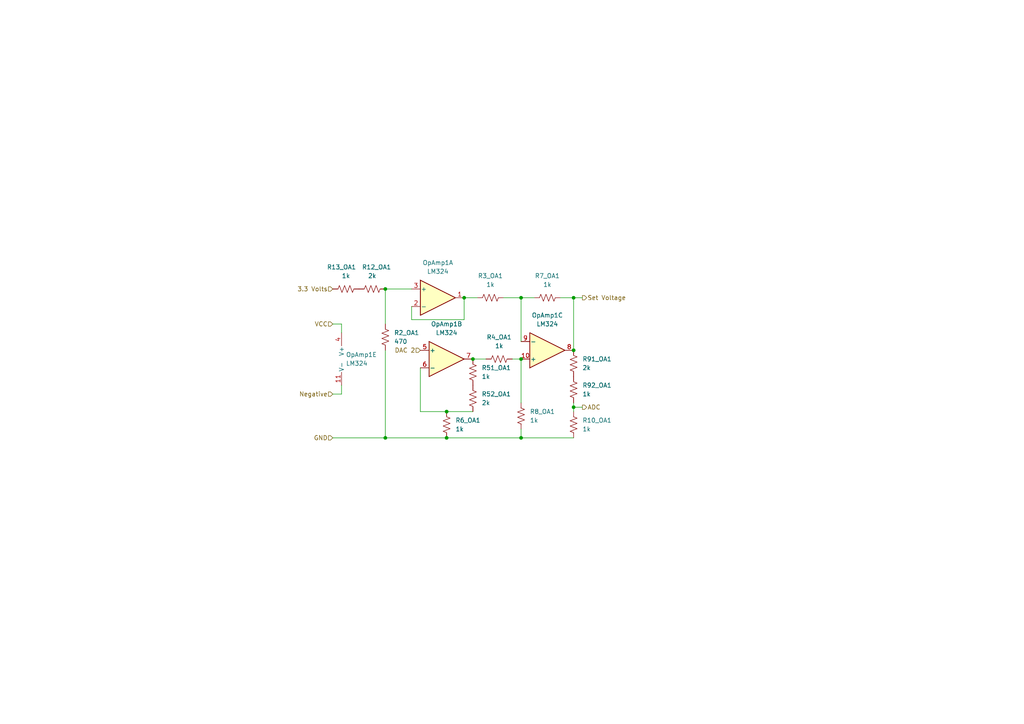
<source format=kicad_sch>
(kicad_sch (version 20211123) (generator eeschema)
  (paper "A4")
  (title_block (title "Differential Op-Amp Circuit") (date "2022-11-16") (rev "2") (company "George Mason University") (comment 1 "LT3083, this value is currently set to 2.5 volts.") (comment 2 "of a voltage difference between the input and set voltages for the") (comment 3 "based off of the 3.3 volt rail. This is done so that there is a enough") (comment 4 "This circuit subtracts a fixed voltage from the switching output"))
  (lib_symbols
    (symbol "Amplifier_Operational:LM324" (pin_names (offset 0.127))
      (property "Reference" "U" (at 0 5.08 0))
      (property "Value" "LM324" (at 0 -5.08 0))
      (symbol "LM324_1_1"
        (polyline (pts (xy -5.08 5.08) (xy 5.08 0) (xy -5.08 -5.08) (xy -5.08 5.08)) (stroke (width 0.254)) (fill (type background)))
        (pin output line (at 7.62 0 180) (length 2.54) (name "~") (number "1"))
        (pin input line (at -7.62 -2.54 0) (length 2.54) (name "-") (number "2"))
        (pin input line (at -7.62 2.54 0) (length 2.54) (name "+") (number "3"))
      )
      (symbol "LM324_2_1"
        (polyline (pts (xy -5.08 5.08) (xy 5.08 0) (xy -5.08 -5.08) (xy -5.08 5.08)) (stroke (width 0.254)) (fill (type background)))
        (pin input line (at -7.62 2.54 0) (length 2.54) (name "+") (number "5"))
        (pin input line (at -7.62 -2.54 0) (length 2.54) (name "-") (number "6"))
        (pin output line (at 7.62 0 180) (length 2.54) (name "~") (number "7"))
      )
      (symbol "LM324_3_1"
        (polyline (pts (xy -5.08 5.08) (xy 5.08 0) (xy -5.08 -5.08) (xy -5.08 5.08)) (stroke (width 0.254)) (fill (type background)))
        (pin input line (at -7.62 2.54 0) (length 2.54) (name "+") (number "10"))
        (pin output line (at 7.62 0 180) (length 2.54) (name "~") (number "8"))
        (pin input line (at -7.62 -2.54 0) (length 2.54) (name "-") (number "9"))
      )
      (symbol "LM324_4_1"
        (polyline (pts (xy -5.08 5.08) (xy 5.08 0) (xy -5.08 -5.08) (xy -5.08 5.08)) (stroke (width 0.254)) (fill (type background)))
        (pin input line (at -7.62 2.54 0) (length 2.54) (name "+") (number "12"))
        (pin input line (at -7.62 -2.54 0) (length 2.54) (name "-") (number "13"))
        (pin output line (at 7.62 0 180) (length 2.54) (name "~") (number "14"))
      )
      (symbol "LM324_5_1"
        (pin power_in line (at -2.54 -7.62 90) (length 3.81) (name "V-") (number "11"))
        (pin power_in line (at -2.54 7.62 270) (length 3.81) (name "V+") (number "4"))
      )
    )
    (symbol "Device:R_US" (pin_numbers hide) (pin_names (offset 0))
      (property "Reference" "R" (at 2.54 0 90))
      (property "Value" "R_US" (at -2.54 0 90))
      (symbol "R_US_0_1"
        (polyline (pts (xy 0 -2.286) (xy 0 -2.54)))
        (polyline (pts (xy 0 2.286) (xy 0 2.54)))
        (polyline (pts (xy 0 -0.762) (xy 1.016 -1.143) (xy 0 -1.524) (xy -1.016 -1.905) (xy 0 -2.286)))
        (polyline (pts (xy 0 0.762) (xy 1.016 0.381) (xy 0 0) (xy -1.016 -0.381) (xy 0 -0.762)))
        (polyline (pts (xy 0 2.286) (xy 1.016 1.905) (xy 0 1.524) (xy -1.016 1.143) (xy 0 0.762)))
      )
      (symbol "R_US_1_1"
        (pin passive line (at 0 3.81 270) (length 1.27) (name "~") (number "1"))
        (pin passive line (at 0 -3.81 90) (length 1.27) (name "~") (number "2"))
      )
    )
  )
  (junction (at 166.37 86.36))
  (junction (at 151.13 127))
  (junction (at 166.37 118.11))
  (junction (at 151.13 86.36))
  (junction (at 111.76 127))
  (junction (at 166.37 101.6))
  (junction (at 111.76 83.82))
  (junction (at 129.54 127))
  (junction (at 129.54 119.38))
  (junction (at 134.62 86.36))
  (junction (at 137.16 104.14))
  (junction (at 151.13 104.14))
  (wire (pts (xy 151.13 86.36) (xy 151.13 99.06)))
  (wire (pts (xy 151.13 116.84) (xy 151.13 104.14)))
  (wire (pts (xy 138.43 86.36) (xy 134.62 86.36)))
  (wire (pts (xy 111.76 93.98) (xy 111.76 83.82)))
  (wire (pts (xy 166.37 116.84) (xy 166.37 118.11)))
  (wire (pts (xy 148.59 104.14) (xy 151.13 104.14)))
  (wire (pts (xy 166.37 86.36) (xy 168.91 86.36)))
  (wire (pts (xy 151.13 86.36) (xy 154.94 86.36)))
  (wire (pts (xy 166.37 86.36) (xy 166.37 101.6)))
  (wire (pts (xy 166.37 118.11) (xy 168.91 118.11)))
  (wire (pts (xy 96.52 93.98) (xy 99.06 93.98)))
  (wire (pts (xy 134.62 86.36) (xy 134.62 92.71)))
  (wire (pts (xy 99.06 93.98) (xy 99.06 96.52)))
  (wire (pts (xy 162.56 86.36) (xy 166.37 86.36)))
  (wire (pts (xy 99.06 114.3) (xy 96.52 114.3)))
  (wire (pts (xy 111.76 101.6) (xy 111.76 127)))
  (wire (pts (xy 137.16 119.38) (xy 129.54 119.38)))
  (wire (pts (xy 96.52 127) (xy 111.76 127)))
  (wire (pts (xy 121.92 119.38) (xy 121.92 106.68)))
  (wire (pts (xy 146.05 86.36) (xy 151.13 86.36)))
  (wire (pts (xy 111.76 83.82) (xy 119.38 83.82)))
  (wire (pts (xy 99.06 111.76) (xy 99.06 114.3)))
  (wire (pts (xy 119.38 92.71) (xy 119.38 88.9)))
  (wire (pts (xy 166.37 118.11) (xy 166.37 119.38)))
  (wire (pts (xy 129.54 119.38) (xy 121.92 119.38)))
  (wire (pts (xy 151.13 127) (xy 166.37 127)))
  (wire (pts (xy 151.13 124.46) (xy 151.13 127)))
  (wire (pts (xy 134.62 92.71) (xy 119.38 92.71)))
  (wire (pts (xy 111.76 127) (xy 129.54 127)))
  (wire (pts (xy 140.97 104.14) (xy 137.16 104.14)))
  (wire (pts (xy 129.54 127) (xy 151.13 127)))
  (hierarchical_label "3.3 Volts" (shape input) (at 96.52 83.82 180))
  (hierarchical_label "Negative" (shape input) (at 96.52 114.3 180))
  (hierarchical_label "VCC" (shape input) (at 96.52 93.98 180))
  (hierarchical_label "Set Voltage" (shape output) (at 168.91 86.36 0))
  (hierarchical_label "DAC 2" (shape input) (at 121.92 101.6 180))
  (hierarchical_label "GND" (shape input) (at 96.52 127 180))
  (hierarchical_label "ADC" (shape output) (at 168.91 118.11 0))
  (symbol (lib_id "Device:R_US") (at 166.37 105.41 0) (unit 1)
    (property "Reference" "R91_OA1" (at 168.91 104.1399 0) (effects (justify left)))
    (property "Value" "2k" (at 168.91 106.6799 0) (effects (justify left)))
    (property "Footprint" "Resistor_SMD:R_0603_1608Metric" (effects hide))
  )
  (symbol (lib_id "Device:R_US") (at 166.37 113.03 0) (unit 1)
    (property "Reference" "R92_OA1" (at 168.91 111.7599 0) (effects (justify left)))
    (property "Value" "1k" (at 168.91 114.2999 0) (effects (justify left)))
    (property "Footprint" "Resistor_SMD:R_0603_1608Metric" (effects hide))
  )
  (symbol (lib_id "Amplifier_Operational:LM324") (at 101.6 104.14 0) (unit 5)
    (property "Reference" "OpAmp1" (at 100.33 102.8699 0) (effects (justify left)))
    (property "Value" "LM324" (at 100.33 105.4099 0) (effects (justify left)))
    (property "Footprint" "Package_SO:SOIC-14_3.9x8.7mm_P1.27mm" (effects hide))
    (property "Datasheet" "http://www.ti.com/lit/ds/symlink/lm2902-n.pdf" (effects hide))
  )
  (symbol (lib_id "Device:R_US") (at 142.24 86.36 90) (unit 1)
    (property "Reference" "R3_OA1" (at 142.24 80.01 90))
    (property "Value" "1k" (at 142.24 82.55 90))
    (property "Footprint" "Resistor_SMD:R_0603_1608Metric" (effects hide))
  )
  (symbol (lib_id "Device:R_US") (at 137.16 115.57 0) (unit 1)
    (property "Reference" "R52_OA1" (at 139.7 114.2999 0) (effects (justify left)))
    (property "Value" "2k" (at 139.7 116.8399 0) (effects (justify left)))
    (property "Footprint" "Resistor_SMD:R_0603_1608Metric" (effects hide))
  )
  (symbol (lib_id "Device:R_US") (at 107.95 83.82 90) (unit 1)
    (property "Reference" "R12_OA1" (at 109.22 77.47 90))
    (property "Value" "2k" (at 107.95 80.01 90))
    (property "Footprint" "Resistor_SMD:R_0603_1608Metric" (effects hide))
  )
  (symbol (lib_id "Device:R_US") (at 111.76 97.79 0) (unit 1)
    (property "Reference" "R2_OA1" (at 114.3 96.5199 0) (effects (justify left)))
    (property "Value" "470" (at 114.3 99.0599 0) (effects (justify left)))
    (property "Footprint" "Resistor_SMD:R_0603_1608Metric" (effects hide))
  )
  (symbol (lib_id "Device:R_US") (at 129.54 123.19 0) (unit 1)
    (property "Reference" "R6_OA1" (at 132.08 121.9199 0) (effects (justify left)))
    (property "Value" "1k" (at 132.08 124.4599 0) (effects (justify left)))
    (property "Footprint" "Resistor_SMD:R_0603_1608Metric" (effects hide))
  )
  (symbol (lib_id "Device:R_US") (at 144.78 104.14 90) (unit 1)
    (property "Reference" "R4_OA1" (at 144.78 97.79 90))
    (property "Value" "1k" (at 144.78 100.33 90))
    (property "Footprint" "Resistor_SMD:R_0603_1608Metric" (effects hide))
  )
  (symbol (lib_id "Amplifier_Operational:LM324") (at 129.54 104.14 0) (unit 2)
    (property "Reference" "OpAmp1" (at 129.54 93.98 0))
    (property "Value" "LM324" (at 129.54 96.52 0))
    (property "Footprint" "Package_SO:SOIC-14_3.9x8.7mm_P1.27mm" (effects hide))
    (property "Datasheet" "http://www.ti.com/lit/ds/symlink/lm2902-n.pdf" (effects hide))
  )
  (symbol (lib_id "Amplifier_Operational:LM324") (at 127 86.36 0) (unit 1)
    (property "Reference" "OpAmp1" (at 127 76.2 0))
    (property "Value" "LM324" (at 127 78.74 0))
    (property "Footprint" "Package_SO:SOIC-14_3.9x8.7mm_P1.27mm" (effects hide))
    (property "Datasheet" "http://www.ti.com/lit/ds/symlink/lm2902-n.pdf" (effects hide))
  )
  (symbol (lib_id "Device:R_US") (at 166.37 123.19 0) (unit 1)
    (property "Reference" "R10_OA1" (at 168.91 121.92 0) (effects (justify left)))
    (property "Value" "1k" (at 168.91 124.4599 0) (effects (justify left)))
    (property "Footprint" "Resistor_SMD:R_0603_1608Metric" (effects hide))
  )
  (symbol (lib_id "Device:R_US") (at 158.75 86.36 90) (unit 1)
    (property "Reference" "R7_OA1" (at 158.75 80.01 90))
    (property "Value" "1k" (at 158.75 82.55 90))
    (property "Footprint" "Resistor_SMD:R_0603_1608Metric" (effects hide))
  )
  (symbol (lib_id "Device:R_US") (at 151.13 120.65 0) (unit 1)
    (property "Reference" "R8_OA1" (at 153.67 119.3799 0) (effects (justify left)))
    (property "Value" "1k" (at 153.67 121.9199 0) (effects (justify left)))
    (property "Footprint" "Resistor_SMD:R_0603_1608Metric" (effects hide))
  )
  (symbol (lib_id "Device:R_US") (at 137.16 107.95 0) (unit 1)
    (property "Reference" "R51_OA1" (at 139.7 106.6799 0) (effects (justify left)))
    (property "Value" "1k" (at 139.7 109.2199 0) (effects (justify left)))
    (property "Footprint" "Resistor_SMD:R_0603_1608Metric" (effects hide))
  )
  (symbol (lib_id "Device:R_US") (at 100.33 83.82 90) (unit 1)
    (property "Reference" "R13_OA1" (at 99.06 77.47 90))
    (property "Value" "1k" (at 100.33 80.01 90))
    (property "Footprint" "Resistor_SMD:R_0603_1608Metric" (effects hide))
  )
  (symbol (lib_id "Amplifier_Operational:LM324") (at 158.75 101.6 0) (mirror x) (unit 3)
    (property "Reference" "OpAmp1" (at 158.75 91.44 0))
    (property "Value" "LM324" (at 158.75 93.98 0))
    (property "Footprint" "Package_SO:SOIC-14_3.9x8.7mm_P1.27mm" (effects hide))
    (property "Datasheet" "http://www.ti.com/lit/ds/symlink/lm2902-n.pdf" (effects hide))
  )
)
</source>
